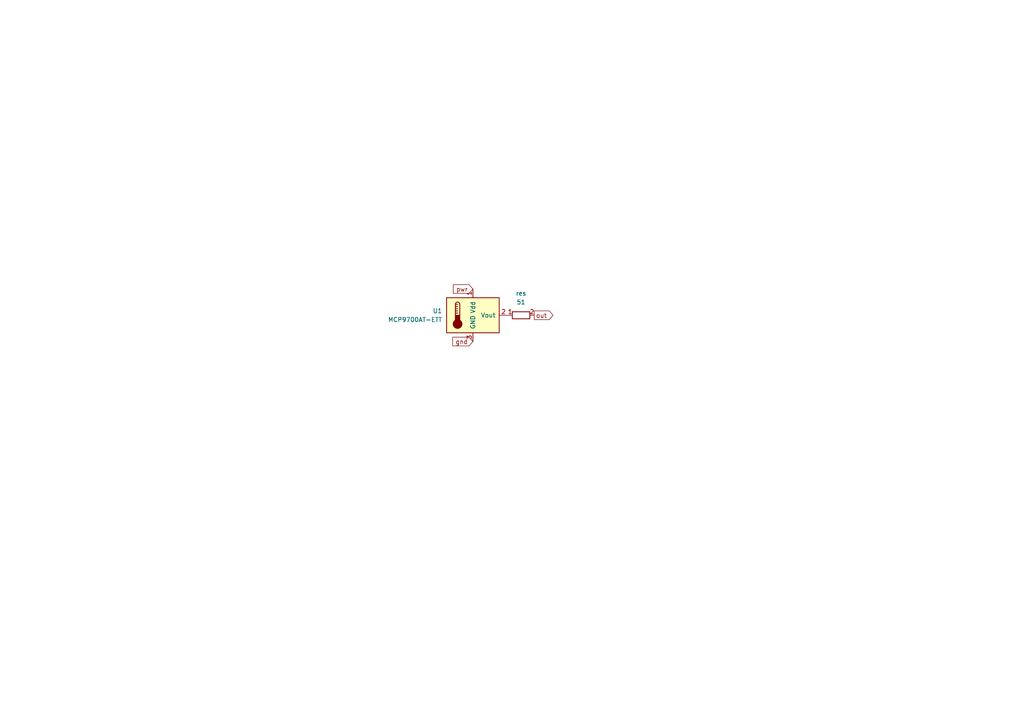
<source format=kicad_sch>
(kicad_sch (version 20211123) (generator eeschema)
  (paper "A4")
  (title_block (title "Simple Circuit") (date "2022-08-02") (rev "v01"))
  (lib_symbols
    (symbol "Device:R" (pin_names (offset 0))
      (property "Reference" "R" (at 2.032 0 90))
      (property "Value" "R" (at 0 0 90))
      (symbol "R_0_1"
        (rectangle (start -1.016 -2.54) (end 1.016 2.54) (stroke (width 0.254)))
      )
      (symbol "R_1_1"
        (pin passive line (at 0 3.81 270) (length 1.27) (name "~") (number "1"))
        (pin passive line (at 0 -3.81 90) (length 1.27) (name "~") (number "2"))
      )
    )
    (symbol "Sensor_Temperature:MCP9700AT-ETT" (pin_names (offset 1.016))
      (property "Reference" "U" (at -6.35 6.35 0))
      (property "Value" "MCP9700AT-ETT" (at 1.27 6.35 0))
      (symbol "MCP9700AT-ETT_0_1"
        (rectangle (start -7.62 5.08) (end 7.62 -5.08) (stroke (width 0.254)) (fill (type background)))
        (circle (center -4.445 -2.54) (radius 1.27) (stroke (width 0.254)) (fill (type outline)))
        (rectangle (start -3.81 -1.905) (end -5.08 0) (stroke (width 0.254)) (fill (type outline)))
        (arc (start -3.81 3.175) (mid -4.445 3.81) (end -5.08 3.175) (stroke (width 0.254)))
        (polyline (pts (xy -5.08 0.635) (xy -4.445 0.635)) (stroke (width 0.254)))
        (polyline (pts (xy -5.08 1.27) (xy -4.445 1.27)) (stroke (width 0.254)))
        (polyline (pts (xy -5.08 1.905) (xy -4.445 1.905)) (stroke (width 0.254)))
        (polyline (pts (xy -5.08 2.54) (xy -4.445 2.54)) (stroke (width 0.254)))
        (polyline (pts (xy -5.08 3.175) (xy -5.08 0)) (stroke (width 0.254)))
        (polyline (pts (xy -5.08 3.175) (xy -4.445 3.175)) (stroke (width 0.254)))
        (polyline (pts (xy -3.81 3.175) (xy -3.81 0)) (stroke (width 0.254)))
      )
      (symbol "MCP9700AT-ETT_1_1"
        (pin power_in line (at 0 7.62 270) (length 2.54) (name "Vdd") (number "1"))
        (pin output line (at 10.16 0 180) (length 2.54) (name "Vout") (number "2"))
        (pin power_in line (at 0 -7.62 90) (length 2.54) (name "GND") (number "3"))
      )
    )
  )
  (global_label "out" (shape output) (at 154.94 91.44 0) (property "Intersheet References" "${INTERSHEET_REFS}" (effects hide)))
  (global_label "gnd" (shape input) (at 137.16 99.06 180) (property "Intersheet References" "${INTERSHEET_REFS}" (effects hide)))
  (global_label "pwr" (shape input) (at 137.16 83.82 180) (property "Intersheet References" "${INTERSHEET_REFS}" (effects hide)))
  (symbol (lib_id "Sensor_Temperature:MCP9700AT-ETT") (at 137.16 91.44 0) (unit 1)
    (property "Reference" "U1" (at 128.27 90.1699 0) (effects (justify right)))
    (property "Value" "MCP9700AT-ETT" (at 128.27 92.7099 0) (effects (justify right)))
    (property "Footprint" "Package_TO_SOT_SMD:SOT-23" (effects hide))
    (property "Datasheet" "http://ww1.microchip.com/downloads/en/DeviceDoc/21942e.pdf" (effects hide))
  )
  (symbol (lib_id "Device:R") (at 151.13 91.44 90) (unit 1)
    (property "Reference" "res" (at 151.13 85.09 90))
    (property "Value" "51" (at 151.13 87.63 90))
  )
)
</source>
